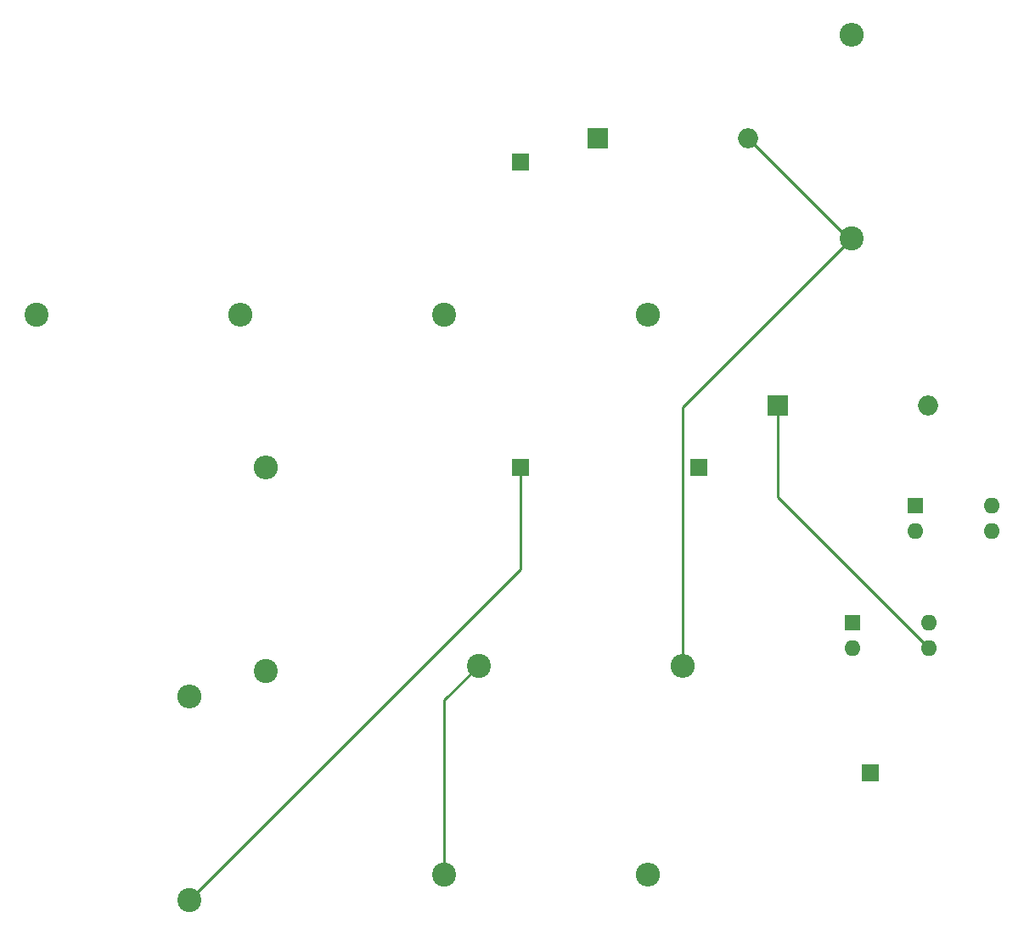
<source format=gbr>
%TF.GenerationSoftware,KiCad,Pcbnew,7.0.1*%
%TF.CreationDate,2023-11-23T18:30:04+05:30*%
%TF.ProjectId,assign2,61737369-676e-4322-9e6b-696361645f70,rev?*%
%TF.SameCoordinates,Original*%
%TF.FileFunction,Copper,L2,Bot*%
%TF.FilePolarity,Positive*%
%FSLAX46Y46*%
G04 Gerber Fmt 4.6, Leading zero omitted, Abs format (unit mm)*
G04 Created by KiCad (PCBNEW 7.0.1) date 2023-11-23 18:30:04*
%MOMM*%
%LPD*%
G01*
G04 APERTURE LIST*
%TA.AperFunction,ComponentPad*%
%ADD10R,1.600000X1.600000*%
%TD*%
%TA.AperFunction,ComponentPad*%
%ADD11O,1.600000X1.600000*%
%TD*%
%TA.AperFunction,ComponentPad*%
%ADD12C,2.400000*%
%TD*%
%TA.AperFunction,ComponentPad*%
%ADD13O,2.400000X2.400000*%
%TD*%
%TA.AperFunction,ComponentPad*%
%ADD14R,1.700000X1.700000*%
%TD*%
%TA.AperFunction,ComponentPad*%
%ADD15R,2.000000X2.000000*%
%TD*%
%TA.AperFunction,ComponentPad*%
%ADD16O,2.000000X2.000000*%
%TD*%
%TA.AperFunction,Conductor*%
%ADD17C,0.250000*%
%TD*%
G04 APERTURE END LIST*
D10*
%TO.P,U2,1*%
%TO.N,Net-(J5-Pin_1)*%
X137230000Y-84145000D03*
D11*
%TO.P,U2,2,-*%
%TO.N,GND*%
X137230000Y-86685000D03*
%TO.P,U2,3,+*%
%TO.N,Net-(U2A-+)*%
X144850000Y-86685000D03*
%TO.P,U2,4,V-*%
%TO.N,GND*%
X144850000Y-84145000D03*
%TD*%
D10*
%TO.P,U1,1*%
%TO.N,Net-(J2-Pin_1)*%
X143520000Y-72385000D03*
D11*
%TO.P,U1,2,-*%
%TO.N,Net-(U1A--)*%
X143520000Y-74925000D03*
%TO.P,U1,3,+*%
%TO.N,Net-(U1A-+)*%
X151140000Y-74925000D03*
%TO.P,U1,4,V-*%
%TO.N,GND*%
X151140000Y-72385000D03*
%TD*%
D12*
%TO.P,R7,1*%
%TO.N,Net-(U1A--)*%
X96520000Y-109220000D03*
D13*
%TO.P,R7,2*%
%TO.N,GND*%
X116840000Y-109220000D03*
%TD*%
D12*
%TO.P,R6,1*%
%TO.N,Net-(U1A--)*%
X99960000Y-88395000D03*
D13*
%TO.P,R6,2*%
%TO.N,Net-(J3-Pin_1)*%
X120280000Y-88395000D03*
%TD*%
D12*
%TO.P,R5,1*%
%TO.N,Net-(J1-Pin_1)*%
X71120000Y-111760000D03*
D13*
%TO.P,R5,2*%
%TO.N,Net-(U1A-+)*%
X71120000Y-91440000D03*
%TD*%
D12*
%TO.P,R4,1*%
%TO.N,Net-(U1A-+)*%
X78740000Y-88900000D03*
D13*
%TO.P,R4,2*%
%TO.N,Net-(J5-Pin_1)*%
X78740000Y-68580000D03*
%TD*%
D12*
%TO.P,R3,1*%
%TO.N,Net-(J3-Pin_1)*%
X137160000Y-45720000D03*
D13*
%TO.P,R3,2*%
%TO.N,Net-(U2A-+)*%
X137160000Y-25400000D03*
%TD*%
D12*
%TO.P,R2,1*%
%TO.N,Net-(J2-Pin_1)*%
X96520000Y-53340000D03*
D13*
%TO.P,R2,2*%
%TO.N,Net-(U1B-+)*%
X116840000Y-53340000D03*
%TD*%
D12*
%TO.P,R1,1*%
%TO.N,Net-(U1A-+)*%
X55880000Y-53340000D03*
D13*
%TO.P,R1,2*%
%TO.N,Net-(J2-Pin_1)*%
X76200000Y-53340000D03*
%TD*%
D14*
%TO.P,J5,1,Pin_1*%
%TO.N,Net-(J5-Pin_1)*%
X139020000Y-99085000D03*
%TD*%
%TO.P,J3,1,Pin_1*%
%TO.N,Net-(J3-Pin_1)*%
X104140000Y-38100000D03*
%TD*%
%TO.P,J2,1,Pin_1*%
%TO.N,Net-(J2-Pin_1)*%
X121920000Y-68580000D03*
%TD*%
%TO.P,J1,1,Pin_1*%
%TO.N,Net-(J1-Pin_1)*%
X104140000Y-68580000D03*
%TD*%
D15*
%TO.P,C2,1*%
%TO.N,Net-(U2A-+)*%
X129780000Y-62415000D03*
D16*
%TO.P,C2,2*%
%TO.N,Net-(J5-Pin_1)*%
X144780000Y-62415000D03*
%TD*%
D15*
%TO.P,C1,1*%
%TO.N,Net-(U1B-+)*%
X111880000Y-35802500D03*
D16*
%TO.P,C1,2*%
%TO.N,Net-(J3-Pin_1)*%
X126880000Y-35802500D03*
%TD*%
D17*
%TO.N,Net-(U2A-+)*%
X129780000Y-71615000D02*
X144850000Y-86685000D01*
X129780000Y-62415000D02*
X129780000Y-71615000D01*
%TO.N,Net-(J3-Pin_1)*%
X136797500Y-45720000D02*
X137160000Y-45720000D01*
X126880000Y-35802500D02*
X136797500Y-45720000D01*
X120280000Y-88395000D02*
X120280000Y-62600000D01*
X120280000Y-62600000D02*
X137160000Y-45720000D01*
%TO.N,Net-(U1A--)*%
X96520000Y-91835000D02*
X99960000Y-88395000D01*
X96520000Y-109220000D02*
X96520000Y-91835000D01*
%TO.N,Net-(J1-Pin_1)*%
X104140000Y-78740000D02*
X104140000Y-68580000D01*
X71120000Y-111760000D02*
X104140000Y-78740000D01*
%TD*%
M02*

</source>
